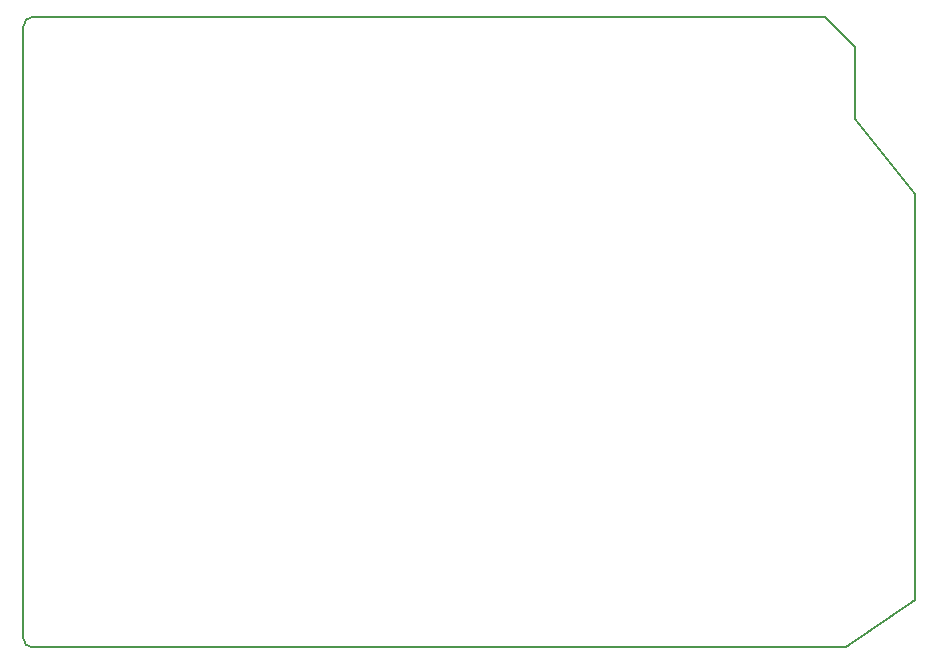
<source format=gm1>
%TF.GenerationSoftware,KiCad,Pcbnew,8.0.6*%
%TF.CreationDate,2024-12-17T14:45:50+01:00*%
%TF.ProjectId,Kicad,4b696361-642e-46b6-9963-61645f706362,rev?*%
%TF.SameCoordinates,Original*%
%TF.FileFunction,Profile,NP*%
%FSLAX46Y46*%
G04 Gerber Fmt 4.6, Leading zero omitted, Abs format (unit mm)*
G04 Created by KiCad (PCBNEW 8.0.6) date 2024-12-17 14:45:50*
%MOMM*%
%LPD*%
G01*
G04 APERTURE LIST*
%TA.AperFunction,Profile*%
%ADD10C,0.150000*%
%TD*%
G04 APERTURE END LIST*
D10*
X166000000Y-55300000D02*
X171070000Y-61700000D01*
X95600000Y-99308000D02*
X95600000Y-47492000D01*
X171100000Y-61710000D02*
X171100000Y-96000000D01*
X165278000Y-100000000D02*
X96350000Y-100062000D01*
X96375000Y-46688000D02*
X163500000Y-46660000D01*
X96350000Y-100062000D02*
G75*
G02*
X95588000Y-99300000I0J762000D01*
G01*
X171070000Y-96030000D02*
X165278000Y-100000000D01*
X163500000Y-46660000D02*
X166040000Y-49200000D01*
X166040000Y-49200000D02*
X166000000Y-55300000D01*
X95613000Y-47450000D02*
G75*
G02*
X96375000Y-46688000I762000J0D01*
G01*
M02*

</source>
